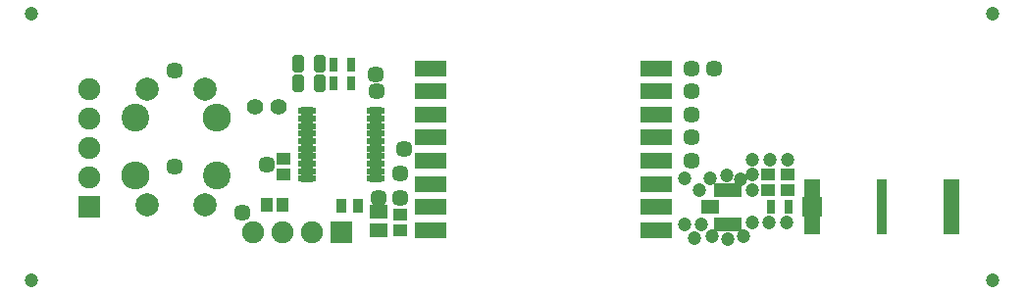
<source format=gts>
G04*
G04 #@! TF.GenerationSoftware,Altium Limited,Altium Designer,18.1.1 (9)*
G04*
G04 Layer_Color=8388736*
%FSLAX42Y42*%
%MOMM*%
G71*
G01*
G75*
%ADD10R,0.80X1.15*%
%ADD11R,1.20X1.00*%
%ADD12R,2.40X1.25*%
%ADD13R,1.60X1.20*%
%ADD14R,1.00X1.20*%
%ADD15O,1.60X0.65*%
%ADD16R,1.40X4.70*%
%ADD17R,0.90X4.70*%
%ADD18R,1.65X1.20*%
%ADD19R,0.94X1.22*%
%ADD20R,2.70X1.40*%
G04:AMPARAMS|DCode=21|XSize=1.06mm|YSize=1.55mm|CornerRadius=0.32mm|HoleSize=0mm|Usage=FLASHONLY|Rotation=0.000|XOffset=0mm|YOffset=0mm|HoleType=Round|Shape=RoundedRectangle|*
%AMROUNDEDRECTD21*
21,1,1.06,0.91,0,0,0.0*
21,1,0.42,1.55,0,0,0.0*
1,1,0.64,0.21,-0.46*
1,1,0.64,-0.21,-0.46*
1,1,0.64,-0.21,0.46*
1,1,0.64,0.21,0.46*
%
%ADD21ROUNDEDRECTD21*%
%ADD22C,1.40*%
%ADD23R,1.80X1.80*%
%ADD24C,2.40*%
%ADD25O,2.45X2.40*%
%ADD26C,2.00*%
%ADD27C,1.20*%
%ADD28R,1.91X1.91*%
%ADD29C,1.91*%
%ADD30R,1.91X1.91*%
%ADD31C,1.45*%
%ADD32C,1.20*%
D10*
X6285Y380D02*
D03*
X6135D02*
D03*
X2510Y1450D02*
D03*
X2360D02*
D03*
Y1610D02*
D03*
X2510D02*
D03*
D11*
X6280Y665D02*
D03*
Y530D02*
D03*
X6110Y665D02*
D03*
Y530D02*
D03*
X2930Y180D02*
D03*
Y315D02*
D03*
X1930Y795D02*
D03*
Y660D02*
D03*
D12*
X5760Y230D02*
D03*
Y530D02*
D03*
D13*
X5610Y380D02*
D03*
D14*
X1783Y400D02*
D03*
X1917D02*
D03*
D15*
X2720Y625D02*
D03*
Y690D02*
D03*
Y755D02*
D03*
Y820D02*
D03*
Y885D02*
D03*
Y950D02*
D03*
Y1015D02*
D03*
Y1080D02*
D03*
Y1145D02*
D03*
Y1210D02*
D03*
X2130Y625D02*
D03*
Y690D02*
D03*
Y755D02*
D03*
Y820D02*
D03*
Y885D02*
D03*
Y950D02*
D03*
Y1015D02*
D03*
Y1080D02*
D03*
Y1145D02*
D03*
Y1210D02*
D03*
D16*
X7690Y380D02*
D03*
X6490D02*
D03*
D17*
X7090D02*
D03*
D18*
X2750Y180D02*
D03*
Y340D02*
D03*
D19*
X2426Y390D02*
D03*
X2574D02*
D03*
D20*
X5145Y180D02*
D03*
Y380D02*
D03*
Y580D02*
D03*
Y780D02*
D03*
Y980D02*
D03*
Y1180D02*
D03*
Y1380D02*
D03*
Y1580D02*
D03*
X3195Y180D02*
D03*
Y380D02*
D03*
Y580D02*
D03*
Y780D02*
D03*
Y980D02*
D03*
Y1180D02*
D03*
Y1380D02*
D03*
Y1580D02*
D03*
D21*
X2240Y1450D02*
D03*
X2053D02*
D03*
X2243Y1620D02*
D03*
X2057D02*
D03*
D22*
X1880Y1250D02*
D03*
X1680D02*
D03*
D23*
X6490Y380D02*
D03*
D24*
X650Y1150D02*
D03*
X1350Y650D02*
D03*
D25*
X1350Y1150D02*
D03*
X650Y650D02*
D03*
D26*
X750Y1400D02*
D03*
X1250D02*
D03*
Y400D02*
D03*
X750D02*
D03*
D27*
X8050Y-250D02*
D03*
X-250Y2050D02*
D03*
X8050D02*
D03*
X-250Y-250D02*
D03*
D28*
X2424Y160D02*
D03*
D29*
X2170D02*
D03*
X1916D02*
D03*
X1662D02*
D03*
X250Y635D02*
D03*
Y889D02*
D03*
Y1143D02*
D03*
Y1397D02*
D03*
D30*
Y381D02*
D03*
D31*
X1570Y330D02*
D03*
X990Y1560D02*
D03*
Y730D02*
D03*
X2720Y1530D02*
D03*
X1780Y750D02*
D03*
X2970Y880D02*
D03*
X2930Y670D02*
D03*
X2730Y1380D02*
D03*
X5640Y1580D02*
D03*
X5450Y1580D02*
D03*
X2930Y460D02*
D03*
X2750D02*
D03*
X5450Y780D02*
D03*
Y980D02*
D03*
Y1180D02*
D03*
Y1380D02*
D03*
D32*
X5390Y630D02*
D03*
X5870Y620D02*
D03*
X5900Y130D02*
D03*
X5630D02*
D03*
X5610Y630D02*
D03*
X5750Y650D02*
D03*
X5760Y100D02*
D03*
X5530Y230D02*
D03*
X5520Y530D02*
D03*
X6270Y250D02*
D03*
X6120D02*
D03*
X5970D02*
D03*
Y790D02*
D03*
Y660D02*
D03*
Y530D02*
D03*
X6130Y790D02*
D03*
X6280D02*
D03*
X5390Y230D02*
D03*
X5470Y110D02*
D03*
M02*

</source>
